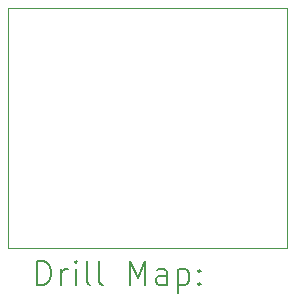
<source format=gbr>
%FSLAX45Y45*%
G04 Gerber Fmt 4.5, Leading zero omitted, Abs format (unit mm)*
G04 Created by KiCad (PCBNEW (6.0.0)) date 2022-03-13 20:48:32*
%MOMM*%
%LPD*%
G01*
G04 APERTURE LIST*
%TA.AperFunction,Profile*%
%ADD10C,0.100000*%
%TD*%
%ADD11C,0.200000*%
G04 APERTURE END LIST*
D10*
X17754600Y-7772400D02*
X17754600Y-5740400D01*
X17653000Y-7772400D02*
X17754600Y-7772400D01*
X15392400Y-5740400D02*
X17703800Y-5740400D01*
X17754600Y-5740400D02*
X17703800Y-5740400D01*
X15392400Y-7772400D02*
X17653000Y-7772400D01*
X15392400Y-5740400D02*
X15392400Y-7772400D01*
D11*
X15645019Y-8087876D02*
X15645019Y-7887876D01*
X15692638Y-7887876D01*
X15721209Y-7897400D01*
X15740257Y-7916448D01*
X15749781Y-7935495D01*
X15759305Y-7973590D01*
X15759305Y-8002162D01*
X15749781Y-8040257D01*
X15740257Y-8059305D01*
X15721209Y-8078352D01*
X15692638Y-8087876D01*
X15645019Y-8087876D01*
X15845019Y-8087876D02*
X15845019Y-7954543D01*
X15845019Y-7992638D02*
X15854543Y-7973590D01*
X15864067Y-7964067D01*
X15883114Y-7954543D01*
X15902162Y-7954543D01*
X15968828Y-8087876D02*
X15968828Y-7954543D01*
X15968828Y-7887876D02*
X15959305Y-7897400D01*
X15968828Y-7906924D01*
X15978352Y-7897400D01*
X15968828Y-7887876D01*
X15968828Y-7906924D01*
X16092638Y-8087876D02*
X16073590Y-8078352D01*
X16064067Y-8059305D01*
X16064067Y-7887876D01*
X16197400Y-8087876D02*
X16178352Y-8078352D01*
X16168828Y-8059305D01*
X16168828Y-7887876D01*
X16425971Y-8087876D02*
X16425971Y-7887876D01*
X16492638Y-8030733D01*
X16559305Y-7887876D01*
X16559305Y-8087876D01*
X16740257Y-8087876D02*
X16740257Y-7983114D01*
X16730733Y-7964067D01*
X16711686Y-7954543D01*
X16673590Y-7954543D01*
X16654543Y-7964067D01*
X16740257Y-8078352D02*
X16721209Y-8087876D01*
X16673590Y-8087876D01*
X16654543Y-8078352D01*
X16645019Y-8059305D01*
X16645019Y-8040257D01*
X16654543Y-8021209D01*
X16673590Y-8011686D01*
X16721209Y-8011686D01*
X16740257Y-8002162D01*
X16835495Y-7954543D02*
X16835495Y-8154543D01*
X16835495Y-7964067D02*
X16854543Y-7954543D01*
X16892638Y-7954543D01*
X16911686Y-7964067D01*
X16921210Y-7973590D01*
X16930733Y-7992638D01*
X16930733Y-8049781D01*
X16921210Y-8068828D01*
X16911686Y-8078352D01*
X16892638Y-8087876D01*
X16854543Y-8087876D01*
X16835495Y-8078352D01*
X17016448Y-8068828D02*
X17025971Y-8078352D01*
X17016448Y-8087876D01*
X17006924Y-8078352D01*
X17016448Y-8068828D01*
X17016448Y-8087876D01*
X17016448Y-7964067D02*
X17025971Y-7973590D01*
X17016448Y-7983114D01*
X17006924Y-7973590D01*
X17016448Y-7964067D01*
X17016448Y-7983114D01*
M02*

</source>
